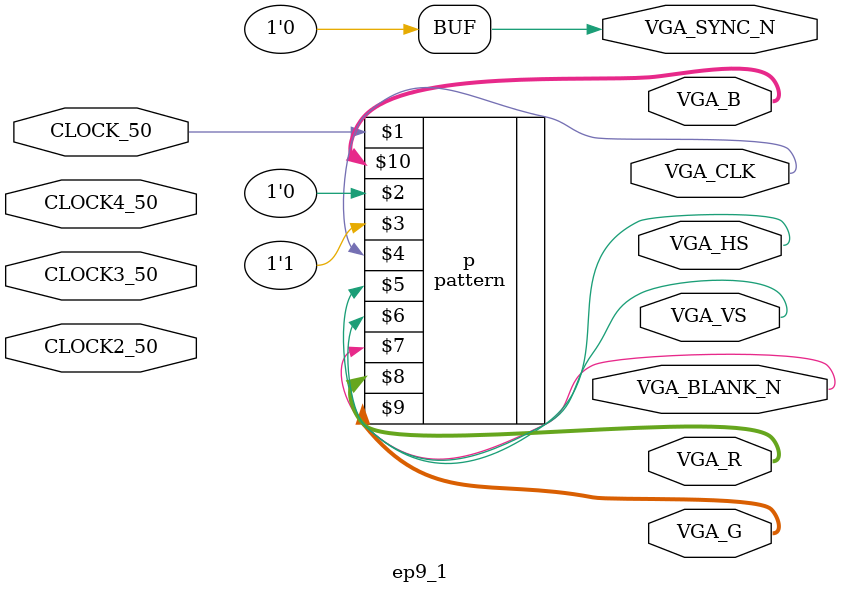
<source format=v>


module ep9_1(

	//////////// CLOCK //////////
	input 		          		CLOCK2_50,
	input 		          		CLOCK3_50,
	input 		          		CLOCK4_50,
	input 		          		CLOCK_50,

	//////////// VGA //////////
	output		          		VGA_BLANK_N,
	output		     [7:0]		VGA_B,
	output		          		VGA_CLK,
	output		     [7:0]		VGA_G,
	output		          		VGA_HS,
	output		     [7:0]		VGA_R,
	output		          		VGA_SYNC_N,
	output		          		VGA_VS
);



//=======================================================
//  REG/WIRE declarations
//=======================================================
assign VGA_SYNC_N = 1'b0;

pattern p(CLOCK_50, 1'b0, 1'b1, VGA_CLK, VGA_HS, VGA_VS, VGA_BLANK_N, VGA_R, VGA_G, VGA_B);


//=======================================================
//  Structural coding
//=======================================================



endmodule

</source>
